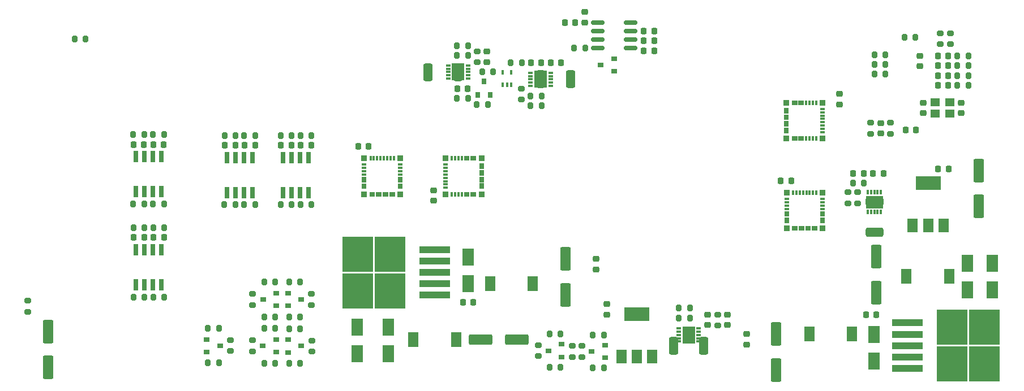
<source format=gbr>
%TF.GenerationSoftware,KiCad,Pcbnew,(6.0.2)*%
%TF.CreationDate,2022-06-14T20:32:41+02:00*%
%TF.ProjectId,SB-Spoko Bezpieczniki,53422d53-706f-46b6-9f20-42657a706965,rev?*%
%TF.SameCoordinates,Original*%
%TF.FileFunction,Paste,Top*%
%TF.FilePolarity,Positive*%
%FSLAX46Y46*%
G04 Gerber Fmt 4.6, Leading zero omitted, Abs format (unit mm)*
G04 Created by KiCad (PCBNEW (6.0.2)) date 2022-06-14 20:32:41*
%MOMM*%
%LPD*%
G01*
G04 APERTURE LIST*
G04 Aperture macros list*
%AMRoundRect*
0 Rectangle with rounded corners*
0 $1 Rounding radius*
0 $2 $3 $4 $5 $6 $7 $8 $9 X,Y pos of 4 corners*
0 Add a 4 corners polygon primitive as box body*
4,1,4,$2,$3,$4,$5,$6,$7,$8,$9,$2,$3,0*
0 Add four circle primitives for the rounded corners*
1,1,$1+$1,$2,$3*
1,1,$1+$1,$4,$5*
1,1,$1+$1,$6,$7*
1,1,$1+$1,$8,$9*
0 Add four rect primitives between the rounded corners*
20,1,$1+$1,$2,$3,$4,$5,0*
20,1,$1+$1,$4,$5,$6,$7,0*
20,1,$1+$1,$6,$7,$8,$9,0*
20,1,$1+$1,$8,$9,$2,$3,0*%
%AMFreePoly0*
4,1,5,0.400000,-0.400000,-0.400000,-0.400000,-0.400000,0.400000,0.400000,0.400000,0.400000,-0.400000,0.400000,-0.400000,$1*%
G04 Aperture macros list end*
%ADD10RoundRect,0.225000X0.250000X-0.225000X0.250000X0.225000X-0.250000X0.225000X-0.250000X-0.225000X0*%
%ADD11RoundRect,0.225000X-0.225000X-0.250000X0.225000X-0.250000X0.225000X0.250000X-0.225000X0.250000X0*%
%ADD12RoundRect,0.225000X0.225000X0.250000X-0.225000X0.250000X-0.225000X-0.250000X0.225000X-0.250000X0*%
%ADD13RoundRect,0.225000X-0.250000X0.225000X-0.250000X-0.225000X0.250000X-0.225000X0.250000X0.225000X0*%
%ADD14RoundRect,0.218750X0.218750X0.256250X-0.218750X0.256250X-0.218750X-0.256250X0.218750X-0.256250X0*%
%ADD15RoundRect,0.218750X-0.256250X0.218750X-0.256250X-0.218750X0.256250X-0.218750X0.256250X0.218750X0*%
%ADD16R,0.900000X0.800000*%
%ADD17RoundRect,0.218750X-0.218750X-0.256250X0.218750X-0.256250X0.218750X0.256250X-0.218750X0.256250X0*%
%ADD18RoundRect,0.200000X0.200000X0.275000X-0.200000X0.275000X-0.200000X-0.275000X0.200000X-0.275000X0*%
%ADD19RoundRect,0.200000X-0.200000X-0.275000X0.200000X-0.275000X0.200000X0.275000X-0.200000X0.275000X0*%
%ADD20RoundRect,0.200000X-0.275000X0.200000X-0.275000X-0.200000X0.275000X-0.200000X0.275000X0.200000X0*%
%ADD21FreePoly0,0.000000*%
%ADD22FreePoly0,270.000000*%
%ADD23FreePoly0,90.000000*%
%ADD24R,0.800000X0.300000*%
%ADD25R,0.800000X0.200000*%
%ADD26R,0.300000X0.800000*%
%ADD27R,0.200000X0.800000*%
%ADD28RoundRect,0.250000X0.550000X-1.500000X0.550000X1.500000X-0.550000X1.500000X-0.550000X-1.500000X0*%
%ADD29FreePoly0,180.000000*%
%ADD30RoundRect,0.250000X-0.550000X1.500000X-0.550000X-1.500000X0.550000X-1.500000X0.550000X1.500000X0*%
%ADD31R,4.550000X5.250000*%
%ADD32R,4.600000X1.100000*%
%ADD33RoundRect,0.250000X-1.500000X-0.550000X1.500000X-0.550000X1.500000X0.550000X-1.500000X0.550000X0*%
%ADD34R,1.500000X2.200000*%
%ADD35RoundRect,0.200000X0.275000X-0.200000X0.275000X0.200000X-0.275000X0.200000X-0.275000X-0.200000X0*%
%ADD36R,1.800000X2.500000*%
%ADD37RoundRect,0.150000X0.825000X0.150000X-0.825000X0.150000X-0.825000X-0.150000X0.825000X-0.150000X0*%
%ADD38R,0.750000X0.300000*%
%ADD39R,1.850000X2.550000*%
%ADD40RoundRect,0.250000X-0.425000X-1.075000X0.425000X-1.075000X0.425000X1.075000X-0.425000X1.075000X0*%
%ADD41R,1.500000X2.000000*%
%ADD42R,3.800000X2.000000*%
%ADD43R,0.800000X0.900000*%
%ADD44RoundRect,0.250000X1.075000X-0.425000X1.075000X0.425000X-1.075000X0.425000X-1.075000X-0.425000X0*%
%ADD45R,0.300000X0.750000*%
%ADD46R,2.550000X1.850000*%
%ADD47R,0.700000X1.700000*%
%ADD48R,1.400000X1.200000*%
%ADD49R,1.850000X2.600000*%
%ADD50R,0.400000X0.650000*%
%ADD51RoundRect,0.250000X0.425000X1.075000X-0.425000X1.075000X-0.425000X-1.075000X0.425000X-1.075000X0*%
G04 APERTURE END LIST*
D10*
%TO.C,C1*%
X163900000Y-101455000D03*
X163900000Y-99905000D03*
%TD*%
D11*
%TO.C,C2*%
X168275000Y-116700000D03*
X169825000Y-116700000D03*
%TD*%
D12*
%TO.C,C3*%
X230105000Y-118500000D03*
X228555000Y-118500000D03*
%TD*%
D13*
%TO.C,C7*%
X210740000Y-121445000D03*
X210740000Y-122995000D03*
%TD*%
D14*
%TO.C,FB1*%
X196907500Y-78960000D03*
X195332500Y-78960000D03*
%TD*%
D15*
%TO.C,FB2*%
X186510000Y-73192500D03*
X186510000Y-74767500D03*
%TD*%
D13*
%TO.C,C6*%
X188170000Y-110175000D03*
X188170000Y-111725000D03*
%TD*%
D16*
%TO.C,D18*%
X190910000Y-82080000D03*
X190910000Y-80180000D03*
X188910000Y-81130000D03*
%TD*%
D13*
%TO.C,C30*%
X224640000Y-85465000D03*
X224640000Y-87015000D03*
%TD*%
D11*
%TO.C,C31*%
X215835000Y-98440000D03*
X217385000Y-98440000D03*
%TD*%
D10*
%TO.C,C34*%
X242850000Y-88315000D03*
X242850000Y-86765000D03*
%TD*%
D11*
%TO.C,C27*%
X195345000Y-77500000D03*
X196895000Y-77500000D03*
%TD*%
%TO.C,C28*%
X195345000Y-76040000D03*
X196895000Y-76040000D03*
%TD*%
%TO.C,C32*%
X152645000Y-93330000D03*
X154195000Y-93330000D03*
%TD*%
D10*
%TO.C,C33*%
X230760000Y-91365000D03*
X230760000Y-89815000D03*
%TD*%
D12*
%TO.C,C29*%
X185070000Y-74770000D03*
X183520000Y-74770000D03*
%TD*%
D17*
%TO.C,D22*%
X239332500Y-84140000D03*
X240907500Y-84140000D03*
%TD*%
D14*
%TO.C,D15*%
X123545000Y-93015000D03*
X121970000Y-93015000D03*
%TD*%
D17*
%TO.C,D19*%
X239322500Y-79760000D03*
X240897500Y-79760000D03*
%TD*%
D10*
%TO.C,C35*%
X237190000Y-88315000D03*
X237190000Y-86765000D03*
%TD*%
D12*
%TO.C,C37*%
X240935000Y-96680000D03*
X239385000Y-96680000D03*
%TD*%
D17*
%TO.C,D21*%
X239332500Y-81220000D03*
X240907500Y-81220000D03*
%TD*%
%TO.C,D20*%
X239332500Y-82680000D03*
X240907500Y-82680000D03*
%TD*%
D14*
%TO.C,D12*%
X134242500Y-93135000D03*
X132667500Y-93135000D03*
%TD*%
%TO.C,D13*%
X145592500Y-93135000D03*
X144017500Y-93135000D03*
%TD*%
%TO.C,D14*%
X142632500Y-93135000D03*
X141057500Y-93135000D03*
%TD*%
D18*
%TO.C,R10*%
X134280000Y-91675000D03*
X132630000Y-91675000D03*
%TD*%
D19*
%TO.C,R37*%
X242250000Y-79760000D03*
X243900000Y-79760000D03*
%TD*%
D18*
%TO.C,R8*%
X120660000Y-115885000D03*
X119010000Y-115885000D03*
%TD*%
%TO.C,R19*%
X111860000Y-77210000D03*
X110210000Y-77210000D03*
%TD*%
%TO.C,R14*%
X142670000Y-91675000D03*
X141020000Y-91675000D03*
%TD*%
D20*
%TO.C,R20*%
X229300000Y-89765000D03*
X229300000Y-91415000D03*
%TD*%
D19*
%TO.C,R38*%
X242255000Y-82680000D03*
X243905000Y-82680000D03*
%TD*%
D20*
%TO.C,R3*%
X232220000Y-89765000D03*
X232220000Y-91415000D03*
%TD*%
D18*
%TO.C,R13*%
X145630000Y-91675000D03*
X143980000Y-91675000D03*
%TD*%
%TO.C,R7*%
X123620000Y-115885000D03*
X121970000Y-115885000D03*
%TD*%
%TO.C,R11*%
X137230000Y-102055000D03*
X135580000Y-102055000D03*
%TD*%
%TO.C,R9*%
X137240000Y-91675000D03*
X135590000Y-91675000D03*
%TD*%
%TO.C,R12*%
X134270000Y-102055000D03*
X132620000Y-102055000D03*
%TD*%
D21*
%TO.C,U15*%
X158929000Y-100471000D03*
D22*
X153529000Y-100471000D03*
X153529000Y-95071000D03*
D23*
X158929000Y-95071000D03*
D24*
X158929000Y-99521000D03*
D25*
X158929000Y-99271000D03*
D24*
X158929000Y-99021000D03*
X158929000Y-98521000D03*
D25*
X158929000Y-98271000D03*
D24*
X158929000Y-98021000D03*
X158929000Y-97521000D03*
X158929000Y-97021000D03*
X158929000Y-96521000D03*
X158929000Y-96021000D03*
D26*
X157979000Y-95071000D03*
X157479000Y-95071000D03*
X156979000Y-95071000D03*
X156479000Y-95071000D03*
X155979000Y-95071000D03*
X155479000Y-95071000D03*
X154979000Y-95071000D03*
X154479000Y-95071000D03*
D24*
X153529000Y-96021000D03*
X153529000Y-96521000D03*
X153529000Y-97021000D03*
X153529000Y-97521000D03*
X153529000Y-98021000D03*
D25*
X153529000Y-98271000D03*
D24*
X153529000Y-98521000D03*
X153529000Y-99021000D03*
D25*
X153529000Y-99271000D03*
D24*
X153529000Y-99521000D03*
D26*
X154479000Y-100471000D03*
D27*
X154729000Y-100471000D03*
D26*
X154979000Y-100471000D03*
D27*
X155729000Y-100471000D03*
D26*
X155479000Y-100471000D03*
X155979000Y-100471000D03*
X156479000Y-100471000D03*
X156979000Y-100471000D03*
D27*
X156729000Y-100471000D03*
D26*
X157479000Y-100471000D03*
D27*
X157729000Y-100471000D03*
D26*
X157979000Y-100471000D03*
%TD*%
D28*
%TO.C,C36*%
X245480000Y-102320000D03*
X245480000Y-96920000D03*
%TD*%
%TO.C,C5*%
X230110000Y-115220000D03*
X230110000Y-109820000D03*
%TD*%
D29*
%TO.C,U13*%
X222096000Y-86744000D03*
D22*
X216696000Y-92144000D03*
D21*
X222096000Y-92144000D03*
D29*
X216696000Y-86744000D03*
D26*
X217646000Y-92144000D03*
D27*
X217896000Y-92144000D03*
D26*
X218146000Y-92144000D03*
D27*
X218896000Y-92144000D03*
D26*
X218646000Y-92144000D03*
X219146000Y-92144000D03*
X219646000Y-92144000D03*
X220146000Y-92144000D03*
X220646000Y-92144000D03*
X221146000Y-92144000D03*
D24*
X222096000Y-91194000D03*
X222096000Y-90694000D03*
X222096000Y-90194000D03*
X222096000Y-89694000D03*
X222096000Y-89194000D03*
X222096000Y-88694000D03*
X222096000Y-88194000D03*
X222096000Y-87694000D03*
D26*
X221146000Y-86744000D03*
X220646000Y-86744000D03*
X220146000Y-86744000D03*
X219646000Y-86744000D03*
X219146000Y-86744000D03*
X218646000Y-86744000D03*
D27*
X218896000Y-86744000D03*
D26*
X218146000Y-86744000D03*
X217646000Y-86744000D03*
D27*
X217896000Y-86744000D03*
D25*
X216696000Y-87944000D03*
D24*
X216696000Y-87694000D03*
X216696000Y-88194000D03*
X216696000Y-88694000D03*
D25*
X216696000Y-88944000D03*
D24*
X216696000Y-89194000D03*
X216696000Y-89694000D03*
X216696000Y-90194000D03*
D25*
X216696000Y-89944000D03*
D24*
X216696000Y-90694000D03*
X216696000Y-91194000D03*
D25*
X216696000Y-90944000D03*
%TD*%
D22*
%TO.C,U14*%
X216716000Y-100224000D03*
D21*
X222116000Y-105624000D03*
D23*
X222116000Y-100224000D03*
D22*
X216716000Y-105624000D03*
D25*
X222116000Y-104424000D03*
D24*
X222116000Y-104674000D03*
X222116000Y-104174000D03*
X222116000Y-103674000D03*
D25*
X222116000Y-103424000D03*
D24*
X222116000Y-103174000D03*
X222116000Y-102674000D03*
X222116000Y-102174000D03*
X222116000Y-101674000D03*
X222116000Y-101174000D03*
D26*
X221166000Y-100224000D03*
X220666000Y-100224000D03*
X220166000Y-100224000D03*
X219666000Y-100224000D03*
X219166000Y-100224000D03*
X218666000Y-100224000D03*
X218166000Y-100224000D03*
X217666000Y-100224000D03*
D24*
X216716000Y-101174000D03*
X216716000Y-101674000D03*
X216716000Y-102174000D03*
X216716000Y-102674000D03*
X216716000Y-103174000D03*
D25*
X216716000Y-103424000D03*
D24*
X216716000Y-103674000D03*
X216716000Y-104174000D03*
D25*
X216716000Y-104424000D03*
D24*
X216716000Y-104674000D03*
D27*
X217916000Y-105624000D03*
D26*
X217666000Y-105624000D03*
X218166000Y-105624000D03*
X218666000Y-105624000D03*
D27*
X218916000Y-105624000D03*
D26*
X219166000Y-105624000D03*
X219666000Y-105624000D03*
D27*
X219916000Y-105624000D03*
D26*
X220166000Y-105624000D03*
X220666000Y-105624000D03*
D27*
X220916000Y-105624000D03*
D26*
X221166000Y-105624000D03*
%TD*%
D23*
%TO.C,U12*%
X171067500Y-95062500D03*
D29*
X165667500Y-95062500D03*
D21*
X171067500Y-100462500D03*
X165667500Y-100462500D03*
D27*
X169867500Y-95062500D03*
D26*
X170117500Y-95062500D03*
X169617500Y-95062500D03*
X169117500Y-95062500D03*
D27*
X168867500Y-95062500D03*
D26*
X168617500Y-95062500D03*
X168117500Y-95062500D03*
X167617500Y-95062500D03*
X167117500Y-95062500D03*
X166617500Y-95062500D03*
D24*
X165667500Y-96012500D03*
X165667500Y-96512500D03*
X165667500Y-97012500D03*
X165667500Y-97512500D03*
X165667500Y-98012500D03*
X165667500Y-98512500D03*
X165667500Y-99012500D03*
X165667500Y-99512500D03*
D26*
X166617500Y-100462500D03*
X167117500Y-100462500D03*
X167617500Y-100462500D03*
X168117500Y-100462500D03*
X168617500Y-100462500D03*
X169117500Y-100462500D03*
D27*
X168867500Y-100462500D03*
D26*
X169617500Y-100462500D03*
D27*
X169867500Y-100462500D03*
D26*
X170117500Y-100462500D03*
D25*
X171067500Y-99262500D03*
D24*
X171067500Y-99512500D03*
X171067500Y-99012500D03*
X171067500Y-98512500D03*
D25*
X171067500Y-98262500D03*
D24*
X171067500Y-98012500D03*
X171067500Y-97512500D03*
X171067500Y-97012500D03*
D25*
X171067500Y-97262500D03*
D24*
X171067500Y-96512500D03*
X171067500Y-96012500D03*
D25*
X171067500Y-96262500D03*
%TD*%
D30*
%TO.C,C9*%
X215140000Y-121420000D03*
X215140000Y-126820000D03*
%TD*%
D18*
%TO.C,R21*%
X131785000Y-120555000D03*
X130135000Y-120555000D03*
%TD*%
D31*
%TO.C,U3*%
X246330000Y-125935000D03*
X241480000Y-125935000D03*
X241480000Y-120385000D03*
X246330000Y-120385000D03*
D32*
X234755000Y-119760000D03*
X234755000Y-121460000D03*
X234755000Y-123160000D03*
X234755000Y-124860000D03*
X234755000Y-126560000D03*
%TD*%
D33*
%TO.C,C4*%
X170930000Y-122240000D03*
X176330000Y-122240000D03*
%TD*%
D30*
%TO.C,C8*%
X183640000Y-110180000D03*
X183640000Y-115580000D03*
%TD*%
D16*
%TO.C,Q5*%
X142130000Y-115310000D03*
X142130000Y-117210000D03*
X144130000Y-116260000D03*
%TD*%
D34*
%TO.C,L3*%
X160885000Y-122250000D03*
X167285000Y-122250000D03*
%TD*%
%TO.C,L1*%
X172360000Y-113910000D03*
X178760000Y-113910000D03*
%TD*%
D15*
%TO.C,FB3*%
X236620000Y-79730000D03*
X236620000Y-81305000D03*
%TD*%
D18*
%TO.C,R22*%
X131785000Y-125755000D03*
X130135000Y-125755000D03*
%TD*%
D19*
%TO.C,R39*%
X242255000Y-81220000D03*
X243905000Y-81220000D03*
%TD*%
D16*
%TO.C,Q2*%
X140400000Y-117180000D03*
X140400000Y-115280000D03*
X138400000Y-116230000D03*
%TD*%
D19*
%TO.C,R40*%
X242255000Y-84140000D03*
X243905000Y-84140000D03*
%TD*%
D16*
%TO.C,Q4*%
X140380000Y-124150000D03*
X140380000Y-122250000D03*
X138380000Y-123200000D03*
%TD*%
%TO.C,Q1*%
X129960000Y-122220000D03*
X129960000Y-124120000D03*
X131960000Y-123170000D03*
%TD*%
%TO.C,Q3*%
X142140000Y-122270000D03*
X142140000Y-124170000D03*
X144140000Y-123220000D03*
%TD*%
D20*
%TO.C,R23*%
X133490000Y-122340000D03*
X133490000Y-123990000D03*
%TD*%
D18*
%TO.C,R47*%
X186575000Y-78580000D03*
X184925000Y-78580000D03*
%TD*%
D19*
%TO.C,R28*%
X138575000Y-118840000D03*
X140225000Y-118840000D03*
%TD*%
%TO.C,R29*%
X138575000Y-113620000D03*
X140225000Y-113620000D03*
%TD*%
%TO.C,R32*%
X138555000Y-120610000D03*
X140205000Y-120610000D03*
%TD*%
D35*
%TO.C,R33*%
X136840000Y-124025000D03*
X136840000Y-122375000D03*
%TD*%
D18*
%TO.C,R35*%
X143965000Y-125815000D03*
X142315000Y-125815000D03*
%TD*%
D31*
%TO.C,U2*%
X157375000Y-114985000D03*
X152525000Y-114985000D03*
X157375000Y-109435000D03*
X152525000Y-109435000D03*
D32*
X164100000Y-115610000D03*
X164100000Y-113910000D03*
X164100000Y-112210000D03*
X164100000Y-110510000D03*
X164100000Y-108810000D03*
%TD*%
D19*
%TO.C,R31*%
X138555000Y-125800000D03*
X140205000Y-125800000D03*
%TD*%
D35*
%TO.C,R30*%
X136860000Y-117055000D03*
X136860000Y-115405000D03*
%TD*%
D18*
%TO.C,R26*%
X143955000Y-118870000D03*
X142305000Y-118870000D03*
%TD*%
%TO.C,R34*%
X143965000Y-120625000D03*
X142315000Y-120625000D03*
%TD*%
%TO.C,R25*%
X143955000Y-113650000D03*
X142305000Y-113650000D03*
%TD*%
D20*
%TO.C,R36*%
X145670000Y-122390000D03*
X145670000Y-124040000D03*
%TD*%
%TO.C,R27*%
X145660000Y-115435000D03*
X145660000Y-117085000D03*
%TD*%
D36*
%TO.C,D3*%
X152460000Y-124420000D03*
X152460000Y-120420000D03*
%TD*%
%TO.C,D4*%
X247470000Y-110790000D03*
X247470000Y-114790000D03*
%TD*%
D14*
%TO.C,D16*%
X120585000Y-93015000D03*
X119010000Y-93015000D03*
%TD*%
D36*
%TO.C,D6*%
X243780000Y-110790000D03*
X243780000Y-114790000D03*
%TD*%
%TO.C,D5*%
X157150000Y-124400000D03*
X157150000Y-120400000D03*
%TD*%
%TO.C,D7*%
X169075000Y-113910000D03*
X169075000Y-109910000D03*
%TD*%
D18*
%TO.C,R15*%
X145625000Y-102045000D03*
X143975000Y-102045000D03*
%TD*%
D36*
%TO.C,D8*%
X229770000Y-121460000D03*
X229770000Y-125460000D03*
%TD*%
D18*
%TO.C,R16*%
X142665000Y-102045000D03*
X141015000Y-102045000D03*
%TD*%
D37*
%TO.C,U11*%
X193410000Y-78580000D03*
X193410000Y-77310000D03*
X193410000Y-76040000D03*
X193410000Y-74770000D03*
X188460000Y-74770000D03*
X188460000Y-76040000D03*
X188460000Y-77310000D03*
X188460000Y-78580000D03*
%TD*%
D38*
%TO.C,IC6*%
X178400000Y-82270000D03*
X178400000Y-82770000D03*
X178400000Y-83270000D03*
X178400000Y-83770000D03*
X178400000Y-84270000D03*
X181400000Y-84270000D03*
X181400000Y-83770000D03*
X181400000Y-83270000D03*
X181400000Y-82770000D03*
X181400000Y-82270000D03*
D39*
X179900000Y-83270000D03*
%TD*%
D12*
%TO.C,C18*%
X169005000Y-84650000D03*
X167455000Y-84650000D03*
%TD*%
D40*
%TO.C,F1*%
X163090000Y-82180000D03*
X167590000Y-82180000D03*
%TD*%
D18*
%TO.C,R6*%
X120660000Y-105515000D03*
X119010000Y-105515000D03*
%TD*%
D41*
%TO.C,U4*%
X235580000Y-105150000D03*
X237880000Y-105150000D03*
D42*
X237880000Y-98850000D03*
D41*
X240180000Y-105150000D03*
%TD*%
D43*
%TO.C,Q6*%
X170510000Y-85610000D03*
X172410000Y-85610000D03*
X171460000Y-83610000D03*
%TD*%
D20*
%TO.C,R50*%
X239730000Y-76365000D03*
X239730000Y-78015000D03*
%TD*%
D19*
%TO.C,ILIM4*%
X200595000Y-119020000D03*
X202245000Y-119020000D03*
%TD*%
D18*
%TO.C,IMON2*%
X228285000Y-98800000D03*
X226635000Y-98800000D03*
%TD*%
D34*
%TO.C,L2*%
X226500000Y-121440000D03*
X220100000Y-121440000D03*
%TD*%
D20*
%TO.C,R55*%
X186132500Y-123202500D03*
X186132500Y-124852500D03*
%TD*%
D16*
%TO.C,Q8*%
X189562500Y-124977500D03*
X189562500Y-123077500D03*
X187562500Y-124027500D03*
%TD*%
D35*
%TO.C,ILIM5*%
X227350000Y-101835000D03*
X227350000Y-100185000D03*
%TD*%
D18*
%TO.C,R52*%
X235985000Y-76990000D03*
X234335000Y-76990000D03*
%TD*%
D10*
%TO.C,C39*%
X207850000Y-120095000D03*
X207850000Y-118545000D03*
%TD*%
D44*
%TO.C,F3*%
X229830000Y-106140000D03*
X229830000Y-101640000D03*
%TD*%
D19*
%TO.C,R17*%
X181232011Y-121450000D03*
X182882011Y-121450000D03*
%TD*%
D45*
%TO.C,IC5*%
X230827500Y-100160000D03*
X230327500Y-100160000D03*
X229827500Y-100160000D03*
X229327500Y-100160000D03*
X228827500Y-100160000D03*
X228827500Y-103160000D03*
X229327500Y-103160000D03*
X229827500Y-103160000D03*
X230327500Y-103160000D03*
X230827500Y-103160000D03*
D46*
X229827500Y-101660000D03*
%TD*%
D19*
%TO.C,R1*%
X229845000Y-82500000D03*
X231495000Y-82500000D03*
%TD*%
D14*
%TO.C,D11*%
X137200000Y-93140000D03*
X135625000Y-93140000D03*
%TD*%
D12*
%TO.C,C19*%
X182985000Y-80790000D03*
X181435000Y-80790000D03*
%TD*%
D19*
%TO.C,ILIM3*%
X200590000Y-117560000D03*
X202240000Y-117560000D03*
%TD*%
D18*
%TO.C,R45*%
X123580000Y-91555000D03*
X121930000Y-91555000D03*
%TD*%
D47*
%TO.C,O2*%
X136825000Y-94975000D03*
X135555000Y-94975000D03*
X134285000Y-94975000D03*
X133015000Y-94975000D03*
X133015000Y-100225000D03*
X134285000Y-100225000D03*
X135555000Y-100225000D03*
X136825000Y-100225000D03*
%TD*%
D19*
%TO.C,R60*%
X171185000Y-82170000D03*
X172835000Y-82170000D03*
%TD*%
D18*
%TO.C,R53*%
X189387500Y-121547500D03*
X187737500Y-121547500D03*
%TD*%
%TO.C,ILIM7*%
X180075000Y-85750000D03*
X178425000Y-85750000D03*
%TD*%
%TO.C,R49*%
X120630000Y-101925000D03*
X118980000Y-101925000D03*
%TD*%
D40*
%TO.C,F2*%
X199780000Y-123230000D03*
X204280000Y-123230000D03*
%TD*%
D48*
%TO.C,Y1*%
X238920000Y-88390000D03*
X241120000Y-88390000D03*
X241120000Y-86690000D03*
X238920000Y-86690000D03*
%TD*%
D19*
%TO.C,R2*%
X229845000Y-81040000D03*
X231495000Y-81040000D03*
%TD*%
D35*
%TO.C,R54*%
X103180000Y-118105000D03*
X103180000Y-116455000D03*
%TD*%
D16*
%TO.C,Q7*%
X183057011Y-124880000D03*
X183057011Y-122980000D03*
X181057011Y-123930000D03*
%TD*%
D19*
%TO.C,R4*%
X229850000Y-79580000D03*
X231500000Y-79580000D03*
%TD*%
%TO.C,R59*%
X170365000Y-87040000D03*
X172015000Y-87040000D03*
%TD*%
%TO.C,ILIM1*%
X167395000Y-78230000D03*
X169045000Y-78230000D03*
%TD*%
D12*
%TO.C,C15*%
X228235000Y-97340000D03*
X226685000Y-97340000D03*
%TD*%
D38*
%TO.C,IC4*%
X203570000Y-122550000D03*
X203570000Y-122050000D03*
X203570000Y-121550000D03*
X203570000Y-121050000D03*
X203570000Y-120550000D03*
X200570000Y-120550000D03*
X200570000Y-121050000D03*
X200570000Y-121550000D03*
X200570000Y-122050000D03*
X200570000Y-122550000D03*
D49*
X202070000Y-121550000D03*
%TD*%
D47*
%TO.C,O1*%
X123215000Y-108805000D03*
X121945000Y-108805000D03*
X120675000Y-108805000D03*
X119405000Y-108805000D03*
X119405000Y-114055000D03*
X120675000Y-114055000D03*
X121945000Y-114055000D03*
X123215000Y-114055000D03*
%TD*%
D11*
%TO.C,C20*%
X178475000Y-80780000D03*
X180025000Y-80780000D03*
%TD*%
D50*
%TO.C,U5*%
X174250000Y-84110000D03*
X174900000Y-84110000D03*
X175550000Y-84110000D03*
X175550000Y-82210000D03*
X174250000Y-82210000D03*
%TD*%
D41*
%TO.C,U6*%
X192030000Y-124790000D03*
X194330000Y-124790000D03*
D42*
X194330000Y-118490000D03*
D41*
X196630000Y-124790000D03*
%TD*%
D47*
%TO.C,O3*%
X145235000Y-94965000D03*
X143965000Y-94965000D03*
X142695000Y-94965000D03*
X141425000Y-94965000D03*
X141425000Y-100215000D03*
X142695000Y-100215000D03*
X143965000Y-100215000D03*
X145235000Y-100215000D03*
%TD*%
D38*
%TO.C,IC2*%
X169080000Y-83170000D03*
X169080000Y-82670000D03*
X169080000Y-82170000D03*
X169080000Y-81670000D03*
X169080000Y-81170000D03*
X166080000Y-81170000D03*
X166080000Y-81670000D03*
X166080000Y-82170000D03*
X166080000Y-82670000D03*
X166080000Y-83170000D03*
D39*
X167580000Y-82170000D03*
%TD*%
D18*
%TO.C,R61*%
X177115000Y-80780000D03*
X175465000Y-80780000D03*
%TD*%
D10*
%TO.C,C21*%
X189810000Y-118505000D03*
X189810000Y-116955000D03*
%TD*%
D18*
%TO.C,R46*%
X120620000Y-91555000D03*
X118970000Y-91555000D03*
%TD*%
D19*
%TO.C,R42*%
X187737500Y-126517500D03*
X189387500Y-126517500D03*
%TD*%
D10*
%TO.C,C17*%
X171890000Y-80665000D03*
X171890000Y-79115000D03*
%TD*%
D18*
%TO.C,R5*%
X123620000Y-105515000D03*
X121970000Y-105515000D03*
%TD*%
D19*
%TO.C,R43*%
X167405000Y-86110000D03*
X169055000Y-86110000D03*
%TD*%
D20*
%TO.C,R41*%
X179617011Y-123105000D03*
X179617011Y-124755000D03*
%TD*%
%TO.C,IMON3*%
X177040000Y-84645000D03*
X177040000Y-86295000D03*
%TD*%
D14*
%TO.C,D1*%
X123582500Y-106975000D03*
X122007500Y-106975000D03*
%TD*%
D18*
%TO.C,R48*%
X123590000Y-101925000D03*
X121940000Y-101925000D03*
%TD*%
D10*
%TO.C,CLAMP1*%
X204930000Y-120100000D03*
X204930000Y-118550000D03*
%TD*%
D28*
%TO.C,C25*%
X106250000Y-126450000D03*
X106250000Y-121050000D03*
%TD*%
D47*
%TO.C,O5*%
X123195000Y-94845000D03*
X121925000Y-94845000D03*
X120655000Y-94845000D03*
X119385000Y-94845000D03*
X119385000Y-100095000D03*
X120655000Y-100095000D03*
X121925000Y-100095000D03*
X123195000Y-100095000D03*
%TD*%
D20*
%TO.C,R51*%
X241190000Y-76365000D03*
X241190000Y-78015000D03*
%TD*%
D35*
%TO.C,R44*%
X206390000Y-120145000D03*
X206390000Y-118495000D03*
%TD*%
D51*
%TO.C,F4*%
X184380000Y-83270000D03*
X179880000Y-83270000D03*
%TD*%
D14*
%TO.C,D2*%
X120622500Y-106975000D03*
X119047500Y-106975000D03*
%TD*%
D34*
%TO.C,L4*%
X241040000Y-112740000D03*
X234640000Y-112740000D03*
%TD*%
D35*
%TO.C,ILIM6*%
X225890000Y-101835000D03*
X225890000Y-100185000D03*
%TD*%
D18*
%TO.C,ILIM8*%
X180075000Y-87210000D03*
X178425000Y-87210000D03*
%TD*%
D20*
%TO.C,R56*%
X184672500Y-123202500D03*
X184672500Y-124852500D03*
%TD*%
D11*
%TO.C,C16*%
X229645000Y-97340000D03*
X231195000Y-97340000D03*
%TD*%
D19*
%TO.C,ILIM2*%
X167395000Y-79690000D03*
X169045000Y-79690000D03*
%TD*%
D18*
%TO.C,R18*%
X182882011Y-126410000D03*
X181232011Y-126410000D03*
%TD*%
D14*
%TO.C,L5*%
X236067500Y-90850000D03*
X234492500Y-90850000D03*
%TD*%
D35*
%TO.C,IMON1*%
X170430000Y-80715000D03*
X170430000Y-79065000D03*
%TD*%
M02*

</source>
